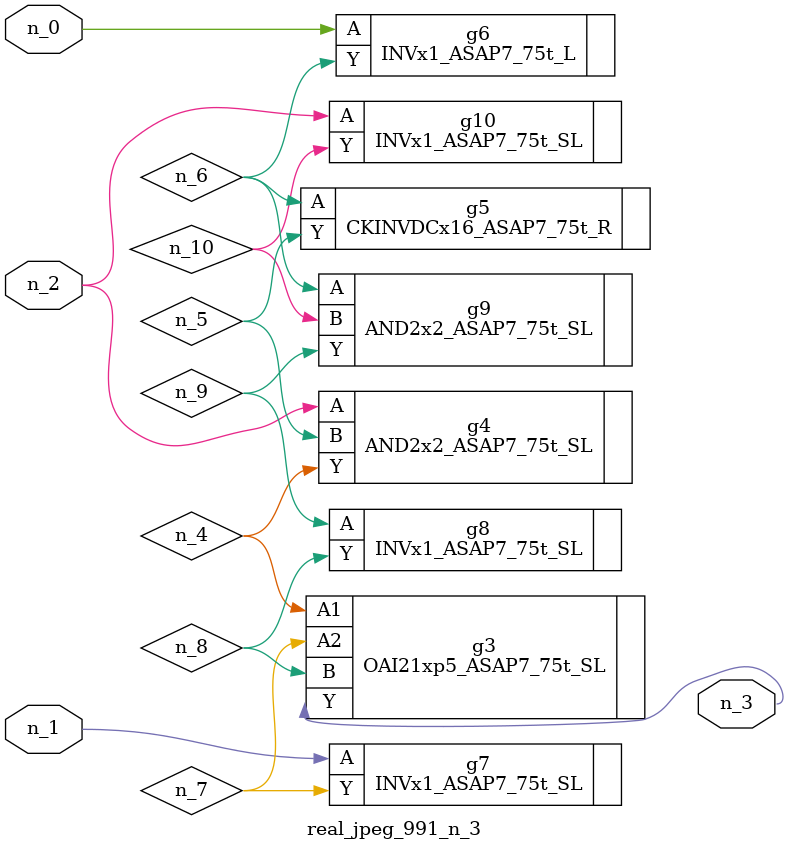
<source format=v>
module real_jpeg_991_n_3 (n_1, n_0, n_2, n_3);

input n_1;
input n_0;
input n_2;

output n_3;

wire n_5;
wire n_4;
wire n_8;
wire n_6;
wire n_7;
wire n_10;
wire n_9;

INVx1_ASAP7_75t_L g6 ( 
.A(n_0),
.Y(n_6)
);

INVx1_ASAP7_75t_SL g7 ( 
.A(n_1),
.Y(n_7)
);

AND2x2_ASAP7_75t_SL g4 ( 
.A(n_2),
.B(n_5),
.Y(n_4)
);

INVx1_ASAP7_75t_SL g10 ( 
.A(n_2),
.Y(n_10)
);

OAI21xp5_ASAP7_75t_SL g3 ( 
.A1(n_4),
.A2(n_7),
.B(n_8),
.Y(n_3)
);

CKINVDCx16_ASAP7_75t_R g5 ( 
.A(n_6),
.Y(n_5)
);

AND2x2_ASAP7_75t_SL g9 ( 
.A(n_6),
.B(n_10),
.Y(n_9)
);

INVx1_ASAP7_75t_SL g8 ( 
.A(n_9),
.Y(n_8)
);


endmodule
</source>
